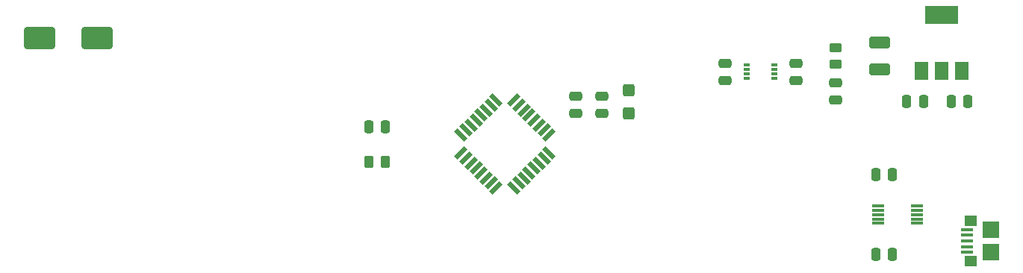
<source format=gtp>
G04 #@! TF.GenerationSoftware,KiCad,Pcbnew,(6.0.0)*
G04 #@! TF.CreationDate,2022-07-19T14:29:55+02:00*
G04 #@! TF.ProjectId,mht-base,6e666c2d-6261-4736-952e-6b696361645f,rev?*
G04 #@! TF.SameCoordinates,Original*
G04 #@! TF.FileFunction,Paste,Top*
G04 #@! TF.FilePolarity,Positive*
%FSLAX46Y46*%
G04 Gerber Fmt 4.6, Leading zero omitted, Abs format (unit mm)*
G04 Created by KiCad (PCBNEW (6.0.0)) date 2022-07-19 14:29:55*
%MOMM*%
%LPD*%
G01*
G04 APERTURE LIST*
G04 Aperture macros list*
%AMRoundRect*
0 Rectangle with rounded corners*
0 $1 Rounding radius*
0 $2 $3 $4 $5 $6 $7 $8 $9 X,Y pos of 4 corners*
0 Add a 4 corners polygon primitive as box body*
4,1,4,$2,$3,$4,$5,$6,$7,$8,$9,$2,$3,0*
0 Add four circle primitives for the rounded corners*
1,1,$1+$1,$2,$3*
1,1,$1+$1,$4,$5*
1,1,$1+$1,$6,$7*
1,1,$1+$1,$8,$9*
0 Add four rect primitives between the rounded corners*
20,1,$1+$1,$2,$3,$4,$5,0*
20,1,$1+$1,$4,$5,$6,$7,0*
20,1,$1+$1,$6,$7,$8,$9,0*
20,1,$1+$1,$8,$9,$2,$3,0*%
%AMRotRect*
0 Rectangle, with rotation*
0 The origin of the aperture is its center*
0 $1 length*
0 $2 width*
0 $3 Rotation angle, in degrees counterclockwise*
0 Add horizontal line*
21,1,$1,$2,0,0,$3*%
G04 Aperture macros list end*
%ADD10RoundRect,0.250000X-0.250000X-0.475000X0.250000X-0.475000X0.250000X0.475000X-0.250000X0.475000X0*%
%ADD11RoundRect,0.250000X-0.262500X-0.450000X0.262500X-0.450000X0.262500X0.450000X-0.262500X0.450000X0*%
%ADD12RoundRect,0.250000X-1.500000X-1.000000X1.500000X-1.000000X1.500000X1.000000X-1.500000X1.000000X0*%
%ADD13RoundRect,0.250000X0.250000X0.475000X-0.250000X0.475000X-0.250000X-0.475000X0.250000X-0.475000X0*%
%ADD14RoundRect,0.250000X-0.475000X0.250000X-0.475000X-0.250000X0.475000X-0.250000X0.475000X0.250000X0*%
%ADD15R,0.800000X0.300000*%
%ADD16RoundRect,0.250000X-0.925000X0.412500X-0.925000X-0.412500X0.925000X-0.412500X0.925000X0.412500X0*%
%ADD17R,1.400000X0.300000*%
%ADD18RoundRect,0.250000X0.425000X-0.450000X0.425000X0.450000X-0.425000X0.450000X-0.425000X-0.450000X0*%
%ADD19RoundRect,0.250000X-0.450000X0.262500X-0.450000X-0.262500X0.450000X-0.262500X0.450000X0.262500X0*%
%ADD20R,1.500000X2.000000*%
%ADD21R,3.800000X2.000000*%
%ADD22RotRect,1.600000X0.550000X45.000000*%
%ADD23RotRect,1.600000X0.550000X135.000000*%
%ADD24R,1.400000X0.400000*%
%ADD25R,1.450000X1.150000*%
%ADD26R,1.900000X1.975000*%
G04 APERTURE END LIST*
D10*
X80050000Y-88000000D03*
X81950000Y-88000000D03*
D11*
X80087500Y-92000000D03*
X81912500Y-92000000D03*
D12*
X42750000Y-78000000D03*
X49250000Y-78000000D03*
D13*
X139450000Y-93500000D03*
X137550000Y-93500000D03*
D14*
X106500000Y-84600000D03*
X106500000Y-86500000D03*
D10*
X137550000Y-102500000D03*
X139450000Y-102500000D03*
D15*
X122900000Y-81050000D03*
X122900000Y-81550000D03*
X122900000Y-82050000D03*
X122900000Y-82550000D03*
X126000000Y-82550000D03*
X126000000Y-82050000D03*
X126000000Y-81550000D03*
X126000000Y-81050000D03*
D10*
X142950000Y-85150000D03*
X141050000Y-85150000D03*
D16*
X138000000Y-78462500D03*
X138000000Y-81537500D03*
D14*
X120450000Y-80850000D03*
X120450000Y-82750000D03*
D17*
X142200000Y-99000000D03*
X142200000Y-98500000D03*
X142200000Y-98000000D03*
X142200000Y-97500000D03*
X142200000Y-97000000D03*
X137800000Y-97000000D03*
X137800000Y-97500000D03*
X137800000Y-98000000D03*
X137800000Y-98500000D03*
X137800000Y-99000000D03*
D14*
X133000000Y-83050000D03*
X133000000Y-84950000D03*
D10*
X146100000Y-85150000D03*
X148000000Y-85150000D03*
D18*
X109500000Y-86550000D03*
X109500000Y-83850000D03*
D19*
X133000000Y-79087500D03*
X133000000Y-80912500D03*
D14*
X128450000Y-80850000D03*
X128450000Y-82750000D03*
D20*
X147300000Y-81650000D03*
X145000000Y-81650000D03*
D21*
X145000000Y-75350000D03*
D20*
X142700000Y-81650000D03*
D22*
X90514897Y-91025305D03*
X91080583Y-91590990D03*
X91646268Y-92156676D03*
X92211953Y-92722361D03*
X92777639Y-93288047D03*
X93343324Y-93853732D03*
X93909010Y-94419417D03*
X94474695Y-94985103D03*
D23*
X96525305Y-94985103D03*
X97090990Y-94419417D03*
X97656676Y-93853732D03*
X98222361Y-93288047D03*
X98788047Y-92722361D03*
X99353732Y-92156676D03*
X99919417Y-91590990D03*
X100485103Y-91025305D03*
D22*
X100485103Y-88974695D03*
X99919417Y-88409010D03*
X99353732Y-87843324D03*
X98788047Y-87277639D03*
X98222361Y-86711953D03*
X97656676Y-86146268D03*
X97090990Y-85580583D03*
X96525305Y-85014897D03*
D23*
X94474695Y-85014897D03*
X93909010Y-85580583D03*
X93343324Y-86146268D03*
X92777639Y-86711953D03*
X92211953Y-87277639D03*
X91646268Y-87843324D03*
X91080583Y-88409010D03*
X90514897Y-88974695D03*
D24*
X147900000Y-102300000D03*
X147900000Y-101650000D03*
X147900000Y-101000000D03*
X147900000Y-100350000D03*
X147900000Y-99700000D03*
D25*
X148320000Y-98680000D03*
D26*
X150550000Y-102237500D03*
D25*
X148320000Y-103320000D03*
D26*
X150550000Y-99762500D03*
D14*
X103500000Y-84600000D03*
X103500000Y-86500000D03*
M02*

</source>
